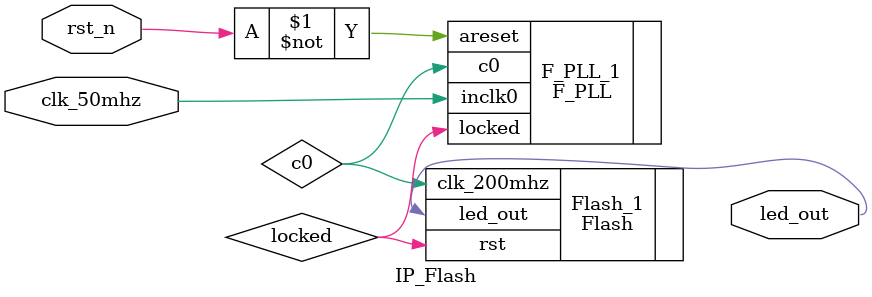
<source format=v>
module IP_Flash (
	input clk_50mhz,
	input rst_n,  
	output led_out
);

	wire c0;
	wire locked;

	F_PLL F_PLL_1 (
		.areset(~rst_n),
		.inclk0(clk_50mhz),
		.c0(c0),
		.locked(locked));

	Flash 
	#(
		.cnt_1s_max(32'd199_999_999)
	)
	Flash_1
	(
		.clk_200mhz(c0),
		.rst(locked),
		.led_out(led_out)  
	);


endmodule
</source>
